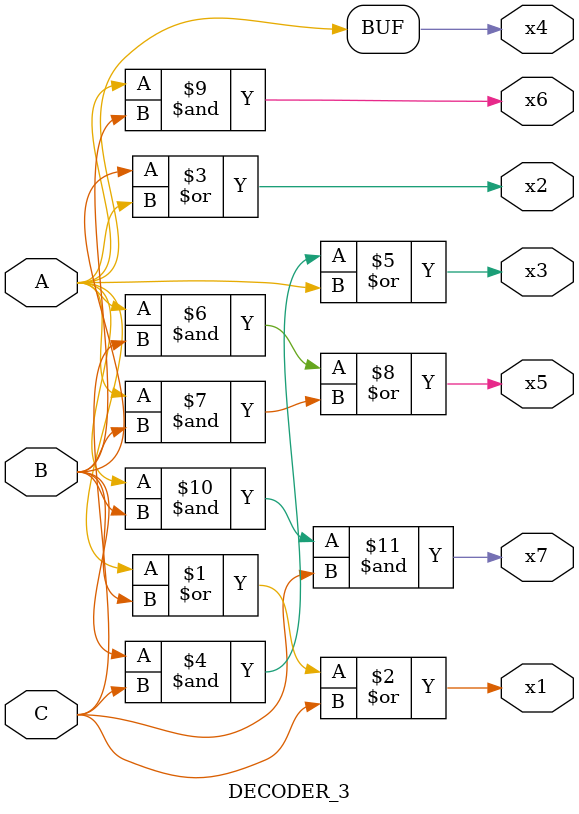
<source format=v>
module DECODER_3(
    input A, B, C,
    output x1, x2, x3, x4, x5, x6, x7
);

    assign x1 = A | B | C;  // A + B + C
    assign x2 = B | A;      // B + A
    assign x3 = (B & C) | A; // BC + A
    assign x4 = A;          // A
    assign x5 = (A & C) | (A & B); // AC + AB
    assign x6 = A & B;      // AB
    assign x7 = A & B & C;  // ABC

endmodule

</source>
